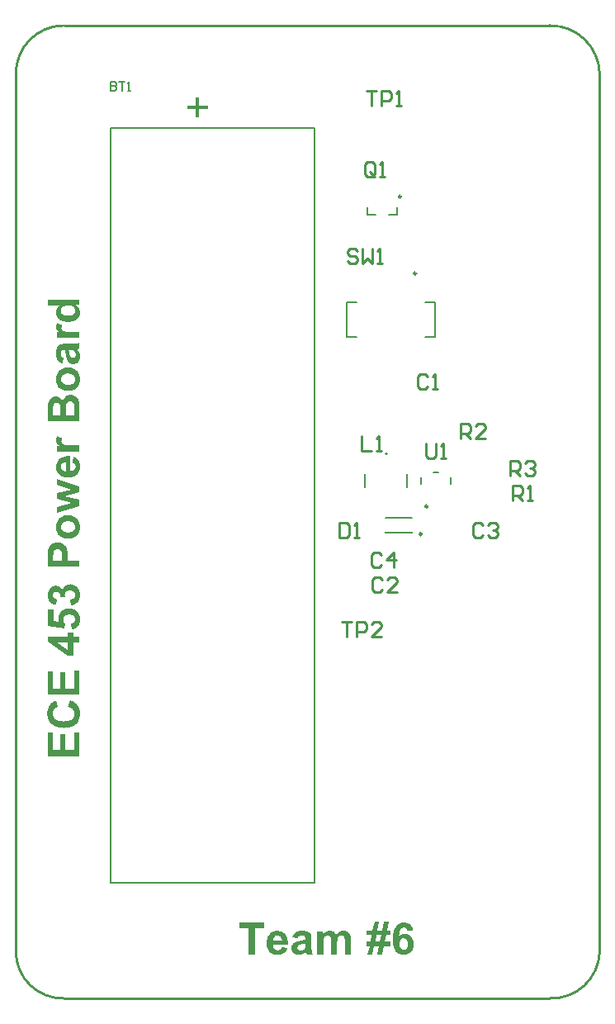
<source format=gto>
G04*
G04 #@! TF.GenerationSoftware,Altium Limited,Altium Designer,22.6.1 (34)*
G04*
G04 Layer_Color=65535*
%FSLAX25Y25*%
%MOIN*%
G70*
G04*
G04 #@! TF.SameCoordinates,F07FD183-076F-48D4-B815-8826F00F65DA*
G04*
G04*
G04 #@! TF.FilePolarity,Positive*
G04*
G01*
G75*
%ADD10C,0.00984*%
%ADD11C,0.00600*%
%ADD12C,0.00787*%
%ADD13C,0.01000*%
G36*
X26203Y280840D02*
X24870D01*
X24886Y280807D01*
X24986Y280740D01*
X25120Y280623D01*
X25286Y280457D01*
X25486Y280257D01*
X25686Y280024D01*
X25870Y279774D01*
X26036Y279490D01*
X26053Y279457D01*
X26103Y279357D01*
X26153Y279207D01*
X26219Y279007D01*
X26303Y278774D01*
X26353Y278507D01*
X26403Y278224D01*
X26419Y277924D01*
Y277858D01*
X26403Y277774D01*
Y277658D01*
X26386Y277524D01*
X26353Y277358D01*
X26319Y277175D01*
X26253Y276991D01*
X26186Y276775D01*
X26103Y276558D01*
X26003Y276325D01*
X25870Y276092D01*
X25736Y275858D01*
X25553Y275642D01*
X25370Y275409D01*
X25136Y275192D01*
X25120Y275175D01*
X25070Y275142D01*
X25003Y275092D01*
X24903Y275009D01*
X24770Y274926D01*
X24603Y274842D01*
X24420Y274726D01*
X24204Y274626D01*
X23970Y274526D01*
X23687Y274426D01*
X23404Y274326D01*
X23071Y274242D01*
X22737Y274159D01*
X22354Y274109D01*
X21954Y274076D01*
X21538Y274059D01*
X21505D01*
X21438D01*
X21305D01*
X21155Y274076D01*
X20955Y274093D01*
X20721Y274126D01*
X20472Y274159D01*
X20205Y274193D01*
X19622Y274326D01*
X19322Y274409D01*
X19022Y274526D01*
X18722Y274642D01*
X18439Y274792D01*
X18189Y274959D01*
X17939Y275159D01*
X17923Y275175D01*
X17889Y275209D01*
X17823Y275275D01*
X17739Y275359D01*
X17656Y275475D01*
X17556Y275609D01*
X17439Y275759D01*
X17323Y275925D01*
X17206Y276125D01*
X17090Y276342D01*
X16990Y276575D01*
X16906Y276825D01*
X16823Y277091D01*
X16756Y277358D01*
X16723Y277658D01*
X16706Y277974D01*
Y278124D01*
X16723Y278241D01*
X16740Y278374D01*
X16773Y278524D01*
X16823Y278707D01*
X16873Y278891D01*
X16940Y279091D01*
X17023Y279307D01*
X17123Y279540D01*
X17256Y279774D01*
X17406Y279990D01*
X17573Y280223D01*
X17773Y280457D01*
X18006Y280673D01*
X13391D01*
Y283122D01*
X26203D01*
Y280840D01*
D02*
G37*
G36*
X19322Y272793D02*
X19305Y272760D01*
X19255Y272693D01*
X19189Y272576D01*
X19105Y272427D01*
X19039Y272243D01*
X18972Y272043D01*
X18922Y271844D01*
X18906Y271644D01*
Y271560D01*
X18922Y271460D01*
X18939Y271327D01*
X18972Y271194D01*
X19039Y271044D01*
X19105Y270894D01*
X19206Y270744D01*
X19222Y270727D01*
X19255Y270694D01*
X19339Y270627D01*
X19439Y270544D01*
X19589Y270461D01*
X19755Y270361D01*
X19972Y270277D01*
X20238Y270194D01*
X20272D01*
X20322Y270178D01*
X20388Y270161D01*
X20488Y270144D01*
X20588Y270128D01*
X20738Y270111D01*
X20905Y270094D01*
X21088Y270077D01*
X21321Y270061D01*
X21571Y270044D01*
X21854Y270027D01*
X22171Y270011D01*
X22521D01*
X22904Y269994D01*
X23337D01*
X26203D01*
Y267545D01*
X16923D01*
Y269828D01*
X18239D01*
X18223Y269861D01*
X18172Y269878D01*
X18106Y269928D01*
X17939Y270044D01*
X17756Y270178D01*
X17539Y270344D01*
X17339Y270511D01*
X17156Y270694D01*
X17023Y270877D01*
X17006Y270894D01*
X16973Y270960D01*
X16923Y271060D01*
X16856Y271177D01*
X16806Y271344D01*
X16756Y271510D01*
X16723Y271710D01*
X16706Y271927D01*
Y272077D01*
X16723Y272243D01*
X16756Y272443D01*
X16823Y272693D01*
X16906Y272976D01*
X17023Y273260D01*
X17173Y273559D01*
X19322Y272793D01*
D02*
G37*
G36*
X26203Y263330D02*
X26186D01*
X26153Y263314D01*
X26103Y263297D01*
X26019Y263264D01*
X25919Y263230D01*
X25803Y263180D01*
X25653Y263130D01*
X25486Y263080D01*
X25470D01*
X25453D01*
X25370Y263047D01*
X25270Y263030D01*
X25203Y262997D01*
X25236Y262964D01*
X25303Y262880D01*
X25420Y262764D01*
X25553Y262597D01*
X25703Y262397D01*
X25853Y262164D01*
X25986Y261914D01*
X26119Y261648D01*
X26136Y261614D01*
X26169Y261531D01*
X26219Y261381D01*
X26269Y261198D01*
X26319Y260964D01*
X26369Y260715D01*
X26403Y260431D01*
X26419Y260132D01*
Y259998D01*
X26403Y259898D01*
Y259782D01*
X26386Y259632D01*
X26319Y259315D01*
X26236Y258949D01*
X26103Y258565D01*
X25903Y258199D01*
X25786Y258032D01*
X25653Y257866D01*
X25636Y257849D01*
X25620Y257832D01*
X25570Y257799D01*
X25520Y257733D01*
X25336Y257616D01*
X25120Y257466D01*
X24836Y257316D01*
X24487Y257183D01*
X24103Y257083D01*
X23904Y257066D01*
X23687Y257049D01*
X23670D01*
X23654D01*
X23554D01*
X23404Y257066D01*
X23221Y257099D01*
X23004Y257133D01*
X22771Y257199D01*
X22521Y257299D01*
X22288Y257416D01*
X22254Y257433D01*
X22188Y257483D01*
X22071Y257566D01*
X21938Y257699D01*
X21788Y257849D01*
X21638Y258016D01*
X21488Y258232D01*
X21355Y258466D01*
X21338Y258499D01*
X21305Y258599D01*
X21238Y258749D01*
X21155Y258965D01*
X21071Y259248D01*
X20971Y259582D01*
X20872Y259965D01*
X20788Y260415D01*
Y260431D01*
X20772Y260498D01*
X20755Y260581D01*
X20738Y260698D01*
X20705Y260831D01*
X20672Y260998D01*
X20588Y261364D01*
X20488Y261764D01*
X20388Y262164D01*
X20338Y262347D01*
X20272Y262514D01*
X20222Y262681D01*
X20172Y262814D01*
X19939D01*
X19922D01*
X19905D01*
X19822D01*
X19689Y262797D01*
X19539Y262764D01*
X19355Y262731D01*
X19189Y262664D01*
X19039Y262564D01*
X18906Y262447D01*
X18889Y262431D01*
X18856Y262381D01*
X18806Y262281D01*
X18739Y262147D01*
X18689Y261981D01*
X18639Y261748D01*
X18606Y261464D01*
X18589Y261131D01*
Y261015D01*
X18606Y260898D01*
X18622Y260748D01*
X18656Y260581D01*
X18706Y260415D01*
X18772Y260248D01*
X18856Y260098D01*
X18872Y260082D01*
X18906Y260032D01*
X18972Y259965D01*
X19072Y259882D01*
X19189Y259798D01*
X19355Y259698D01*
X19539Y259598D01*
X19772Y259515D01*
X19372Y257299D01*
X19355D01*
X19305Y257316D01*
X19239Y257333D01*
X19155Y257366D01*
X19039Y257416D01*
X18906Y257466D01*
X18622Y257599D01*
X18289Y257766D01*
X17956Y257999D01*
X17639Y258266D01*
X17373Y258582D01*
Y258599D01*
X17339Y258632D01*
X17306Y258682D01*
X17273Y258749D01*
X17223Y258849D01*
X17156Y258965D01*
X17106Y259115D01*
X17040Y259265D01*
X16973Y259448D01*
X16923Y259648D01*
X16856Y259882D01*
X16806Y260115D01*
X16773Y260381D01*
X16740Y260681D01*
X16706Y260981D01*
Y261581D01*
X16723Y261714D01*
Y261881D01*
X16740Y262047D01*
X16756Y262247D01*
X16806Y262631D01*
X16873Y263047D01*
X16973Y263430D01*
X17040Y263597D01*
X17106Y263763D01*
Y263780D01*
X17123Y263797D01*
X17173Y263897D01*
X17256Y264030D01*
X17373Y264213D01*
X17506Y264397D01*
X17689Y264580D01*
X17873Y264746D01*
X18089Y264896D01*
X18123Y264913D01*
X18206Y264946D01*
X18272Y264980D01*
X18356Y264996D01*
X18472Y265030D01*
X18589Y265063D01*
X18722Y265096D01*
X18889Y265129D01*
X19072Y265146D01*
X19272Y265179D01*
X19489Y265196D01*
X19739Y265213D01*
X20005Y265230D01*
X20288D01*
X23154Y265196D01*
X23170D01*
X23204D01*
X23270D01*
X23354D01*
X23454D01*
X23570D01*
X23837Y265213D01*
X24137Y265230D01*
X24437Y265246D01*
X24720Y265279D01*
X24970Y265313D01*
X25003D01*
X25070Y265329D01*
X25186Y265363D01*
X25336Y265413D01*
X25520Y265479D01*
X25736Y265546D01*
X25969Y265646D01*
X26203Y265763D01*
Y263330D01*
D02*
G37*
G36*
X21738Y255767D02*
X21888D01*
X22071Y255750D01*
X22288Y255717D01*
X22521Y255667D01*
X22771Y255617D01*
X23037Y255533D01*
X23321Y255450D01*
X23604Y255333D01*
X23904Y255200D01*
X24204Y255050D01*
X24487Y254867D01*
X24770Y254650D01*
X25036Y254417D01*
X25053Y254400D01*
X25103Y254350D01*
X25170Y254284D01*
X25253Y254167D01*
X25353Y254034D01*
X25470Y253884D01*
X25603Y253684D01*
X25719Y253484D01*
X25853Y253234D01*
X25986Y252984D01*
X26103Y252701D01*
X26203Y252401D01*
X26286Y252085D01*
X26353Y251735D01*
X26403Y251385D01*
X26419Y251002D01*
Y250869D01*
X26403Y250785D01*
Y250669D01*
X26386Y250535D01*
X26369Y250385D01*
X26353Y250219D01*
X26286Y249836D01*
X26186Y249436D01*
X26036Y248986D01*
X25853Y248553D01*
Y248536D01*
X25820Y248503D01*
X25786Y248436D01*
X25736Y248370D01*
X25686Y248270D01*
X25603Y248153D01*
X25420Y247903D01*
X25186Y247620D01*
X24886Y247337D01*
X24553Y247053D01*
X24153Y246803D01*
X24137D01*
X24103Y246770D01*
X24037Y246754D01*
X23954Y246704D01*
X23837Y246670D01*
X23720Y246620D01*
X23570Y246554D01*
X23387Y246504D01*
X23204Y246454D01*
X23004Y246387D01*
X22771Y246337D01*
X22537Y246304D01*
X22021Y246237D01*
X21438Y246204D01*
X21421D01*
X21388D01*
X21321D01*
X21221Y246220D01*
X21121D01*
X20988Y246237D01*
X20838Y246254D01*
X20688Y246287D01*
X20322Y246354D01*
X19922Y246454D01*
X19505Y246604D01*
X19072Y246803D01*
X19056D01*
X19022Y246837D01*
X18956Y246870D01*
X18889Y246920D01*
X18789Y246970D01*
X18672Y247053D01*
X18422Y247237D01*
X18139Y247487D01*
X17856Y247770D01*
X17573Y248120D01*
X17323Y248503D01*
Y248519D01*
X17290Y248553D01*
X17273Y248619D01*
X17223Y248703D01*
X17173Y248803D01*
X17123Y248936D01*
X17073Y249069D01*
X17006Y249236D01*
X16906Y249602D01*
X16806Y250019D01*
X16740Y250469D01*
X16706Y250969D01*
Y251068D01*
X16723Y251168D01*
Y251318D01*
X16756Y251502D01*
X16773Y251701D01*
X16823Y251935D01*
X16873Y252201D01*
X16956Y252468D01*
X17040Y252751D01*
X17156Y253034D01*
X17290Y253318D01*
X17439Y253617D01*
X17639Y253901D01*
X17839Y254167D01*
X18089Y254434D01*
X18106Y254450D01*
X18156Y254500D01*
X18223Y254567D01*
X18339Y254650D01*
X18472Y254750D01*
X18639Y254867D01*
X18822Y254984D01*
X19039Y255117D01*
X19272Y255234D01*
X19539Y255350D01*
X19822Y255467D01*
X20122Y255567D01*
X20438Y255667D01*
X20788Y255733D01*
X21155Y255767D01*
X21538Y255783D01*
X21554D01*
X21638D01*
X21738Y255767D01*
D02*
G37*
G36*
X22821Y244588D02*
X23037Y244554D01*
X23304Y244504D01*
X23587Y244421D01*
X23887Y244321D01*
X24204Y244188D01*
X24220D01*
X24237Y244171D01*
X24337Y244121D01*
X24487Y244021D01*
X24670Y243905D01*
X24886Y243738D01*
X25103Y243555D01*
X25320Y243322D01*
X25520Y243072D01*
X25536Y243038D01*
X25603Y242955D01*
X25686Y242788D01*
X25769Y242588D01*
X25886Y242339D01*
X25969Y242039D01*
X26053Y241705D01*
X26119Y241339D01*
Y241272D01*
X26136Y241206D01*
Y241006D01*
X26153Y240873D01*
Y240706D01*
X26169Y240523D01*
Y240039D01*
X26186Y239756D01*
Y239073D01*
X26203Y238673D01*
Y233875D01*
X13391D01*
Y239506D01*
X13408Y239840D01*
X13424Y240206D01*
X13441Y240589D01*
X13474Y240939D01*
X13508Y241106D01*
X13524Y241256D01*
Y241289D01*
X13558Y241389D01*
X13591Y241522D01*
X13641Y241705D01*
X13708Y241905D01*
X13808Y242139D01*
X13924Y242372D01*
X14058Y242588D01*
X14074Y242622D01*
X14124Y242688D01*
X14224Y242788D01*
X14341Y242938D01*
X14491Y243088D01*
X14674Y243255D01*
X14890Y243422D01*
X15124Y243571D01*
X15157Y243588D01*
X15240Y243638D01*
X15374Y243705D01*
X15557Y243771D01*
X15790Y243838D01*
X16040Y243905D01*
X16323Y243955D01*
X16623Y243971D01*
X16640D01*
X16657D01*
X16706D01*
X16773D01*
X16940Y243955D01*
X17173Y243905D01*
X17423Y243855D01*
X17706Y243771D01*
X17989Y243655D01*
X18272Y243488D01*
X18306Y243472D01*
X18389Y243405D01*
X18522Y243288D01*
X18689Y243138D01*
X18872Y242955D01*
X19072Y242722D01*
X19239Y242472D01*
X19405Y242172D01*
Y242189D01*
X19422Y242222D01*
X19439Y242289D01*
X19472Y242372D01*
X19505Y242455D01*
X19555Y242572D01*
X19689Y242838D01*
X19839Y243122D01*
X20039Y243422D01*
X20288Y243705D01*
X20572Y243971D01*
X20588D01*
X20605Y244005D01*
X20655Y244038D01*
X20721Y244071D01*
X20888Y244171D01*
X21121Y244288D01*
X21405Y244405D01*
X21738Y244504D01*
X22104Y244571D01*
X22504Y244604D01*
X22521D01*
X22537D01*
X22587D01*
X22654D01*
X22821Y244588D01*
D02*
G37*
G36*
X19322Y227061D02*
X19305Y227028D01*
X19255Y226961D01*
X19189Y226845D01*
X19105Y226695D01*
X19039Y226512D01*
X18972Y226312D01*
X18922Y226112D01*
X18906Y225912D01*
Y225829D01*
X18922Y225729D01*
X18939Y225595D01*
X18972Y225462D01*
X19039Y225312D01*
X19105Y225162D01*
X19206Y225012D01*
X19222Y224996D01*
X19255Y224962D01*
X19339Y224896D01*
X19439Y224812D01*
X19589Y224729D01*
X19755Y224629D01*
X19972Y224546D01*
X20238Y224462D01*
X20272D01*
X20322Y224446D01*
X20388Y224429D01*
X20488Y224412D01*
X20588Y224396D01*
X20738Y224379D01*
X20905Y224362D01*
X21088Y224346D01*
X21321Y224329D01*
X21571Y224312D01*
X21854Y224296D01*
X22171Y224279D01*
X22521D01*
X22904Y224262D01*
X23337D01*
X26203D01*
Y221814D01*
X16923D01*
Y224096D01*
X18239D01*
X18223Y224129D01*
X18172Y224146D01*
X18106Y224196D01*
X17939Y224312D01*
X17756Y224446D01*
X17539Y224612D01*
X17339Y224779D01*
X17156Y224962D01*
X17023Y225146D01*
X17006Y225162D01*
X16973Y225229D01*
X16923Y225329D01*
X16856Y225445D01*
X16806Y225612D01*
X16756Y225779D01*
X16723Y225978D01*
X16706Y226195D01*
Y226345D01*
X16723Y226512D01*
X16756Y226712D01*
X16823Y226961D01*
X16906Y227245D01*
X17023Y227528D01*
X17173Y227828D01*
X19322Y227061D01*
D02*
G37*
G36*
X22271Y213767D02*
X22288D01*
X22321D01*
X22371D01*
X22454Y213783D01*
X22654Y213800D01*
X22904Y213850D01*
X23170Y213917D01*
X23454Y214017D01*
X23737Y214167D01*
X23987Y214350D01*
X24020Y214383D01*
X24087Y214450D01*
X24170Y214566D01*
X24287Y214733D01*
X24403Y214950D01*
X24487Y215183D01*
X24553Y215466D01*
X24587Y215766D01*
Y215866D01*
X24570Y215966D01*
X24553Y216099D01*
X24520Y216249D01*
X24453Y216399D01*
X24387Y216566D01*
X24287Y216716D01*
X24270Y216732D01*
X24220Y216782D01*
X24153Y216849D01*
X24037Y216949D01*
X23887Y217049D01*
X23720Y217149D01*
X23504Y217249D01*
X23254Y217332D01*
X23670Y219781D01*
X23687D01*
X23737Y219764D01*
X23804Y219731D01*
X23887Y219698D01*
X24003Y219631D01*
X24137Y219581D01*
X24437Y219414D01*
X24770Y219198D01*
X25103Y218948D01*
X25436Y218631D01*
X25719Y218282D01*
Y218265D01*
X25753Y218232D01*
X25786Y218182D01*
X25836Y218098D01*
X25886Y217998D01*
X25936Y217882D01*
X26003Y217748D01*
X26069Y217582D01*
X26136Y217399D01*
X26203Y217215D01*
X26303Y216782D01*
X26386Y216282D01*
X26419Y215733D01*
Y215633D01*
X26403Y215499D01*
X26386Y215333D01*
X26369Y215133D01*
X26336Y214916D01*
X26286Y214650D01*
X26219Y214383D01*
X26136Y214100D01*
X26036Y213800D01*
X25903Y213500D01*
X25753Y213217D01*
X25570Y212917D01*
X25353Y212650D01*
X25120Y212401D01*
X24836Y212167D01*
X24820Y212151D01*
X24770Y212134D01*
X24703Y212084D01*
X24603Y212017D01*
X24487Y211951D01*
X24337Y211884D01*
X24153Y211801D01*
X23954Y211718D01*
X23737Y211618D01*
X23504Y211534D01*
X23237Y211468D01*
X22954Y211401D01*
X22654Y211334D01*
X22337Y211284D01*
X21988Y211268D01*
X21638Y211251D01*
X21605D01*
X21538D01*
X21421Y211268D01*
X21255D01*
X21071Y211284D01*
X20838Y211318D01*
X20588Y211351D01*
X20322Y211401D01*
X20039Y211468D01*
X19739Y211551D01*
X19439Y211634D01*
X19139Y211751D01*
X18839Y211901D01*
X18556Y212051D01*
X18272Y212234D01*
X18023Y212451D01*
X18006Y212467D01*
X17973Y212501D01*
X17906Y212567D01*
X17823Y212667D01*
X17723Y212784D01*
X17606Y212934D01*
X17490Y213100D01*
X17356Y213284D01*
X17240Y213500D01*
X17123Y213717D01*
X17006Y213967D01*
X16906Y214250D01*
X16823Y214533D01*
X16756Y214833D01*
X16723Y215166D01*
X16706Y215499D01*
Y215599D01*
X16723Y215699D01*
Y215849D01*
X16756Y216016D01*
X16773Y216216D01*
X16823Y216432D01*
X16873Y216682D01*
X16956Y216932D01*
X17040Y217199D01*
X17156Y217482D01*
X17290Y217748D01*
X17439Y218015D01*
X17639Y218282D01*
X17839Y218531D01*
X18089Y218765D01*
X18106Y218781D01*
X18156Y218815D01*
X18239Y218881D01*
X18339Y218948D01*
X18489Y219048D01*
X18672Y219148D01*
X18872Y219248D01*
X19122Y219365D01*
X19405Y219464D01*
X19705Y219581D01*
X20055Y219664D01*
X20422Y219764D01*
X20838Y219831D01*
X21288Y219881D01*
X21754Y219914D01*
X22271D01*
Y213767D01*
D02*
G37*
G36*
X26203Y207702D02*
Y205337D01*
X20238Y203737D01*
X26203Y202171D01*
Y199789D01*
X16923Y196857D01*
Y199239D01*
X23021Y200972D01*
X16923Y202571D01*
Y204937D01*
X23021Y206486D01*
X16923Y208252D01*
Y210685D01*
X26203Y207702D01*
D02*
G37*
G36*
X21738Y196124D02*
X21888D01*
X22071Y196107D01*
X22288Y196074D01*
X22521Y196024D01*
X22771Y195974D01*
X23037Y195890D01*
X23321Y195807D01*
X23604Y195691D01*
X23904Y195557D01*
X24204Y195407D01*
X24487Y195224D01*
X24770Y195008D01*
X25036Y194774D01*
X25053Y194758D01*
X25103Y194708D01*
X25170Y194641D01*
X25253Y194524D01*
X25353Y194391D01*
X25470Y194241D01*
X25603Y194041D01*
X25719Y193841D01*
X25853Y193591D01*
X25986Y193342D01*
X26103Y193058D01*
X26203Y192759D01*
X26286Y192442D01*
X26353Y192092D01*
X26403Y191742D01*
X26419Y191359D01*
Y191226D01*
X26403Y191142D01*
Y191026D01*
X26386Y190893D01*
X26369Y190743D01*
X26353Y190576D01*
X26286Y190193D01*
X26186Y189793D01*
X26036Y189343D01*
X25853Y188910D01*
Y188893D01*
X25820Y188860D01*
X25786Y188793D01*
X25736Y188727D01*
X25686Y188627D01*
X25603Y188510D01*
X25420Y188260D01*
X25186Y187977D01*
X24886Y187694D01*
X24553Y187411D01*
X24153Y187161D01*
X24137D01*
X24103Y187127D01*
X24037Y187111D01*
X23954Y187061D01*
X23837Y187027D01*
X23720Y186977D01*
X23570Y186911D01*
X23387Y186861D01*
X23204Y186811D01*
X23004Y186744D01*
X22771Y186694D01*
X22537Y186661D01*
X22021Y186594D01*
X21438Y186561D01*
X21421D01*
X21388D01*
X21321D01*
X21221Y186578D01*
X21121D01*
X20988Y186594D01*
X20838Y186611D01*
X20688Y186644D01*
X20322Y186711D01*
X19922Y186811D01*
X19505Y186961D01*
X19072Y187161D01*
X19056D01*
X19022Y187194D01*
X18956Y187227D01*
X18889Y187277D01*
X18789Y187327D01*
X18672Y187411D01*
X18422Y187594D01*
X18139Y187844D01*
X17856Y188127D01*
X17573Y188477D01*
X17323Y188860D01*
Y188877D01*
X17290Y188910D01*
X17273Y188977D01*
X17223Y189060D01*
X17173Y189160D01*
X17123Y189293D01*
X17073Y189427D01*
X17006Y189593D01*
X16906Y189960D01*
X16806Y190376D01*
X16740Y190826D01*
X16706Y191326D01*
Y191426D01*
X16723Y191526D01*
Y191676D01*
X16757Y191859D01*
X16773Y192059D01*
X16823Y192292D01*
X16873Y192559D01*
X16956Y192825D01*
X17040Y193108D01*
X17156Y193392D01*
X17290Y193675D01*
X17439Y193975D01*
X17639Y194258D01*
X17839Y194524D01*
X18089Y194791D01*
X18106Y194808D01*
X18156Y194858D01*
X18223Y194924D01*
X18339Y195008D01*
X18472Y195107D01*
X18639Y195224D01*
X18822Y195341D01*
X19039Y195474D01*
X19272Y195591D01*
X19539Y195707D01*
X19822Y195824D01*
X20122Y195924D01*
X20438Y196024D01*
X20788Y196090D01*
X21155Y196124D01*
X21538Y196140D01*
X21554D01*
X21638D01*
X21738Y196124D01*
D02*
G37*
G36*
X17639Y185012D02*
X17756D01*
X18023Y184978D01*
X18339Y184928D01*
X18672Y184845D01*
X19005Y184745D01*
X19322Y184595D01*
X19339D01*
X19355Y184578D01*
X19455Y184512D01*
X19605Y184429D01*
X19772Y184295D01*
X19988Y184129D01*
X20188Y183945D01*
X20405Y183729D01*
X20588Y183495D01*
X20605Y183462D01*
X20655Y183379D01*
X20738Y183262D01*
X20838Y183079D01*
X20938Y182879D01*
X21038Y182662D01*
X21121Y182413D01*
X21188Y182163D01*
Y182113D01*
X21205Y182063D01*
X21221Y181996D01*
X21238Y181896D01*
Y181780D01*
X21255Y181646D01*
X21271Y181480D01*
X21288Y181313D01*
X21305Y181113D01*
X21321Y180896D01*
X21338Y180647D01*
X21355Y180397D01*
Y180113D01*
X21371Y179814D01*
Y177814D01*
X26203D01*
Y175232D01*
X13391D01*
Y179930D01*
X13408Y180147D01*
Y180630D01*
X13441Y181163D01*
X13474Y181663D01*
X13491Y181896D01*
X13524Y182113D01*
X13558Y182296D01*
X13591Y182446D01*
Y182463D01*
X13608Y182496D01*
X13624Y182546D01*
X13658Y182629D01*
X13691Y182712D01*
X13724Y182829D01*
X13858Y183079D01*
X14024Y183362D01*
X14241Y183679D01*
X14507Y183979D01*
X14841Y184279D01*
X14857Y184295D01*
X14890Y184312D01*
X14941Y184345D01*
X15007Y184395D01*
X15107Y184445D01*
X15224Y184512D01*
X15357Y184578D01*
X15507Y184662D01*
X15690Y184728D01*
X15874Y184795D01*
X16073Y184862D01*
X16307Y184912D01*
X16790Y184995D01*
X17056Y185028D01*
X17339D01*
X17356D01*
X17390D01*
X17456D01*
X17539D01*
X17639Y185012D01*
D02*
G37*
G36*
X22654Y168168D02*
X22804Y168152D01*
X22971Y168118D01*
X23154Y168085D01*
X23370Y168035D01*
X23587Y167968D01*
X23820Y167885D01*
X24054Y167785D01*
X24303Y167668D01*
X24553Y167519D01*
X24787Y167352D01*
X25020Y167169D01*
X25253Y166952D01*
X25270Y166936D01*
X25303Y166902D01*
X25370Y166819D01*
X25436Y166735D01*
X25520Y166602D01*
X25620Y166469D01*
X25736Y166302D01*
X25836Y166103D01*
X25953Y165886D01*
X26069Y165653D01*
X26169Y165403D01*
X26253Y165136D01*
X26319Y164836D01*
X26386Y164536D01*
X26419Y164203D01*
X26436Y163870D01*
Y163703D01*
X26419Y163587D01*
X26403Y163437D01*
X26386Y163254D01*
X26353Y163070D01*
X26319Y162854D01*
X26203Y162404D01*
X26119Y162171D01*
X26019Y161921D01*
X25903Y161688D01*
X25769Y161438D01*
X25620Y161204D01*
X25453Y160988D01*
X25436Y160971D01*
X25403Y160938D01*
X25353Y160888D01*
X25270Y160805D01*
X25170Y160721D01*
X25053Y160621D01*
X24903Y160505D01*
X24753Y160405D01*
X24570Y160288D01*
X24370Y160171D01*
X24153Y160055D01*
X23920Y159955D01*
X23670Y159855D01*
X23420Y159788D01*
X23137Y159722D01*
X22837Y159672D01*
X22537Y162054D01*
X22554D01*
X22571D01*
X22621Y162071D01*
X22687D01*
X22854Y162121D01*
X23054Y162171D01*
X23287Y162237D01*
X23520Y162354D01*
X23737Y162487D01*
X23937Y162654D01*
X23954Y162671D01*
X24004Y162737D01*
X24087Y162854D01*
X24170Y162987D01*
X24253Y163170D01*
X24337Y163370D01*
X24387Y163620D01*
X24403Y163870D01*
Y163903D01*
X24387Y164003D01*
X24370Y164137D01*
X24337Y164303D01*
X24270Y164503D01*
X24170Y164720D01*
X24020Y164936D01*
X23837Y165136D01*
X23804Y165153D01*
X23737Y165219D01*
X23604Y165303D01*
X23420Y165403D01*
X23204Y165503D01*
X22937Y165586D01*
X22621Y165653D01*
X22271Y165669D01*
X22254D01*
X22221D01*
X22188D01*
X22121D01*
X21954Y165636D01*
X21738Y165603D01*
X21505Y165553D01*
X21255Y165453D01*
X21005Y165336D01*
X20788Y165170D01*
X20772Y165153D01*
X20705Y165086D01*
X20622Y164970D01*
X20505Y164836D01*
X20405Y164653D01*
X20322Y164453D01*
X20255Y164220D01*
X20238Y163953D01*
Y163870D01*
X20255Y163770D01*
Y163637D01*
X20288Y163470D01*
X20322Y163287D01*
X20372Y163070D01*
X20438Y162837D01*
X18439Y163104D01*
Y163270D01*
X18422Y163453D01*
X18406Y163670D01*
X18356Y163920D01*
X18272Y164170D01*
X18173Y164403D01*
X18023Y164620D01*
X18006Y164636D01*
X17939Y164703D01*
X17839Y164786D01*
X17689Y164886D01*
X17523Y164986D01*
X17306Y165069D01*
X17056Y165136D01*
X16790Y165153D01*
X16757D01*
X16690D01*
X16556Y165136D01*
X16423Y165103D01*
X16257Y165053D01*
X16073Y164986D01*
X15907Y164886D01*
X15757Y164753D01*
X15740Y164736D01*
X15690Y164686D01*
X15624Y164603D01*
X15557Y164486D01*
X15490Y164337D01*
X15424Y164170D01*
X15374Y163970D01*
X15357Y163737D01*
Y163637D01*
X15374Y163520D01*
X15407Y163370D01*
X15474Y163187D01*
X15540Y163020D01*
X15657Y162837D01*
X15807Y162654D01*
X15823Y162637D01*
X15890Y162587D01*
X15990Y162504D01*
X16123Y162421D01*
X16307Y162321D01*
X16523Y162237D01*
X16773Y162171D01*
X17073Y162121D01*
X16690Y159855D01*
X16673D01*
X16640Y159872D01*
X16573Y159888D01*
X16490Y159905D01*
X16390Y159922D01*
X16290Y159955D01*
X16023Y160038D01*
X15723Y160122D01*
X15407Y160255D01*
X15107Y160388D01*
X14824Y160555D01*
X14791Y160571D01*
X14707Y160638D01*
X14574Y160755D01*
X14424Y160905D01*
X14241Y161088D01*
X14058Y161321D01*
X13891Y161588D01*
X13724Y161888D01*
Y161904D01*
X13708Y161921D01*
X13691Y161971D01*
X13658Y162037D01*
X13591Y162221D01*
X13524Y162454D01*
X13458Y162737D01*
X13391Y163054D01*
X13341Y163420D01*
X13325Y163803D01*
Y163987D01*
X13341Y164103D01*
X13358Y164253D01*
X13391Y164436D01*
X13424Y164636D01*
X13474Y164853D01*
X13524Y165069D01*
X13608Y165303D01*
X13708Y165553D01*
X13808Y165786D01*
X13958Y166036D01*
X14108Y166269D01*
X14291Y166486D01*
X14491Y166702D01*
X14507Y166719D01*
X14541Y166735D01*
X14591Y166786D01*
X14657Y166852D01*
X14741Y166919D01*
X14857Y166985D01*
X15107Y167169D01*
X15424Y167335D01*
X15790Y167469D01*
X16190Y167585D01*
X16407Y167602D01*
X16623Y167619D01*
X16640D01*
X16690D01*
X16790Y167602D01*
X16906Y167585D01*
X17040Y167569D01*
X17206Y167519D01*
X17390Y167469D01*
X17589Y167385D01*
X17806Y167285D01*
X18023Y167169D01*
X18256Y167019D01*
X18472Y166835D01*
X18706Y166619D01*
X18922Y166386D01*
X19122Y166103D01*
X19322Y165769D01*
Y165786D01*
X19339Y165819D01*
X19355Y165869D01*
X19372Y165953D01*
X19405Y166052D01*
X19439Y166152D01*
X19555Y166402D01*
X19689Y166686D01*
X19872Y166969D01*
X20105Y167252D01*
X20388Y167519D01*
X20405D01*
X20422Y167552D01*
X20472Y167585D01*
X20538Y167619D01*
X20705Y167735D01*
X20938Y167852D01*
X21238Y167968D01*
X21571Y168085D01*
X21954Y168152D01*
X22371Y168185D01*
X22388D01*
X22437D01*
X22537D01*
X22654Y168168D01*
D02*
G37*
G36*
X22188Y158439D02*
X22321Y158422D01*
X22488Y158405D01*
X22671Y158372D01*
X22871Y158339D01*
X23304Y158239D01*
X23770Y158072D01*
X24020Y157972D01*
X24253Y157839D01*
X24503Y157706D01*
X24737Y157539D01*
X24753Y157523D01*
X24803Y157489D01*
X24886Y157406D01*
X25003Y157306D01*
X25136Y157189D01*
X25270Y157023D01*
X25420Y156840D01*
X25586Y156640D01*
X25736Y156406D01*
X25903Y156140D01*
X26036Y155857D01*
X26169Y155557D01*
X26286Y155224D01*
X26369Y154857D01*
X26419Y154474D01*
X26436Y154074D01*
Y153907D01*
X26419Y153774D01*
X26403Y153624D01*
X26386Y153457D01*
X26353Y153258D01*
X26319Y153058D01*
X26203Y152591D01*
X26119Y152358D01*
X26036Y152108D01*
X25919Y151875D01*
X25803Y151642D01*
X25653Y151408D01*
X25486Y151192D01*
X25470Y151175D01*
X25436Y151142D01*
X25386Y151092D01*
X25320Y151008D01*
X25220Y150925D01*
X25103Y150825D01*
X24970Y150725D01*
X24803Y150609D01*
X24637Y150492D01*
X24453Y150375D01*
X24237Y150259D01*
X24004Y150159D01*
X23770Y150059D01*
X23504Y149976D01*
X23237Y149909D01*
X22937Y149859D01*
X22671Y152308D01*
X22687D01*
X22704D01*
X22804Y152325D01*
X22954Y152375D01*
X23154Y152425D01*
X23354Y152491D01*
X23570Y152608D01*
X23787Y152741D01*
X23987Y152908D01*
X24004Y152924D01*
X24054Y153008D01*
X24137Y153108D01*
X24220Y153258D01*
X24320Y153424D01*
X24387Y153624D01*
X24453Y153841D01*
X24470Y154091D01*
Y154124D01*
X24453Y154224D01*
X24437Y154357D01*
X24387Y154540D01*
X24320Y154740D01*
X24204Y154957D01*
X24054Y155174D01*
X23854Y155390D01*
X23820Y155407D01*
X23737Y155473D01*
X23587Y155557D01*
X23370Y155657D01*
X23104Y155757D01*
X22787Y155840D01*
X22404Y155906D01*
X21954Y155923D01*
X21938D01*
X21904D01*
X21838D01*
X21754D01*
X21655Y155906D01*
X21554Y155890D01*
X21288Y155857D01*
X21005Y155790D01*
X20705Y155707D01*
X20422Y155573D01*
X20172Y155390D01*
X20138Y155373D01*
X20072Y155290D01*
X19988Y155174D01*
X19872Y155024D01*
X19755Y154824D01*
X19672Y154590D01*
X19605Y154324D01*
X19572Y154024D01*
Y153924D01*
X19589Y153841D01*
X19605Y153757D01*
X19622Y153641D01*
X19689Y153391D01*
X19805Y153108D01*
X19972Y152791D01*
X20072Y152624D01*
X20188Y152458D01*
X20338Y152308D01*
X20505Y152141D01*
X20222Y150159D01*
X13558Y151425D01*
Y157889D01*
X15857D01*
Y153274D01*
X18039Y152874D01*
Y152891D01*
X18023Y152908D01*
X18006Y152958D01*
X17973Y153024D01*
X17906Y153191D01*
X17823Y153391D01*
X17756Y153657D01*
X17689Y153941D01*
X17639Y154241D01*
X17623Y154557D01*
Y154724D01*
X17639Y154824D01*
X17656Y154974D01*
X17689Y155140D01*
X17723Y155323D01*
X17773Y155523D01*
X17839Y155723D01*
X17923Y155956D01*
X18006Y156173D01*
X18123Y156406D01*
X18272Y156640D01*
X18422Y156873D01*
X18606Y157106D01*
X18822Y157323D01*
X18839Y157339D01*
X18872Y157373D01*
X18939Y157423D01*
X19039Y157506D01*
X19155Y157589D01*
X19305Y157689D01*
X19472Y157789D01*
X19655Y157889D01*
X19872Y157989D01*
X20105Y158106D01*
X20355Y158189D01*
X20638Y158272D01*
X20921Y158356D01*
X21238Y158405D01*
X21571Y158439D01*
X21921Y158456D01*
X21938D01*
X21988D01*
X22071D01*
X22188Y158439D01*
D02*
G37*
G36*
X23620Y147060D02*
X26203D01*
Y144678D01*
X23620D01*
Y139446D01*
X21488D01*
X13341Y144978D01*
Y147060D01*
X21471D01*
Y148643D01*
X23620D01*
Y147060D01*
D02*
G37*
G36*
X26203Y123536D02*
X13391D01*
Y133016D01*
X15557D01*
Y126119D01*
X18389D01*
Y132533D01*
X20555D01*
Y126119D01*
X24037D01*
Y133266D01*
X26203D01*
Y123536D01*
D02*
G37*
G36*
X22354Y121270D02*
X22454Y121237D01*
X22604Y121187D01*
X22771Y121121D01*
X22971Y121054D01*
X23204Y120954D01*
X23437Y120837D01*
X23954Y120571D01*
X24220Y120421D01*
X24470Y120238D01*
X24737Y120054D01*
X24970Y119838D01*
X25203Y119621D01*
X25403Y119371D01*
X25420Y119354D01*
X25453Y119305D01*
X25503Y119238D01*
X25553Y119138D01*
X25636Y119005D01*
X25719Y118838D01*
X25820Y118655D01*
X25903Y118455D01*
X26003Y118222D01*
X26103Y117955D01*
X26186Y117672D01*
X26253Y117372D01*
X26319Y117055D01*
X26369Y116706D01*
X26403Y116356D01*
X26419Y115972D01*
Y115856D01*
X26403Y115723D01*
X26386Y115556D01*
X26369Y115339D01*
X26319Y115073D01*
X26269Y114806D01*
X26203Y114490D01*
X26103Y114173D01*
X26003Y113823D01*
X25853Y113473D01*
X25686Y113124D01*
X25486Y112774D01*
X25253Y112424D01*
X24986Y112091D01*
X24687Y111774D01*
X24670Y111758D01*
X24603Y111708D01*
X24503Y111624D01*
X24370Y111524D01*
X24187Y111391D01*
X23970Y111258D01*
X23720Y111108D01*
X23437Y110958D01*
X23104Y110808D01*
X22754Y110658D01*
X22354Y110525D01*
X21938Y110391D01*
X21471Y110292D01*
X20988Y110208D01*
X20455Y110158D01*
X19905Y110142D01*
X19888D01*
X19872D01*
X19822D01*
X19772D01*
X19605Y110158D01*
X19372Y110175D01*
X19105Y110192D01*
X18806Y110225D01*
X18456Y110275D01*
X18089Y110341D01*
X17689Y110441D01*
X17290Y110541D01*
X16873Y110675D01*
X16457Y110841D01*
X16057Y111024D01*
X15657Y111241D01*
X15290Y111508D01*
X14941Y111791D01*
X14924Y111808D01*
X14857Y111874D01*
X14774Y111958D01*
X14657Y112091D01*
X14524Y112257D01*
X14374Y112457D01*
X14208Y112690D01*
X14041Y112957D01*
X13874Y113240D01*
X13724Y113574D01*
X13574Y113923D01*
X13441Y114306D01*
X13325Y114723D01*
X13241Y115173D01*
X13174Y115639D01*
X13158Y116122D01*
Y116222D01*
X13174Y116356D01*
Y116522D01*
X13208Y116722D01*
X13225Y116955D01*
X13274Y117205D01*
X13325Y117489D01*
X13408Y117789D01*
X13491Y118105D01*
X13608Y118421D01*
X13741Y118738D01*
X13908Y119055D01*
X14091Y119371D01*
X14307Y119671D01*
X14557Y119954D01*
X14574Y119971D01*
X14591Y119988D01*
X14641Y120038D01*
X14707Y120104D01*
X14791Y120171D01*
X14890Y120254D01*
X15024Y120337D01*
X15157Y120437D01*
X15307Y120554D01*
X15490Y120654D01*
X15674Y120771D01*
X15890Y120871D01*
X16123Y120987D01*
X16357Y121087D01*
X16623Y121187D01*
X16906Y121270D01*
X17523Y118705D01*
X17506D01*
X17473Y118688D01*
X17423Y118671D01*
X17356Y118655D01*
X17173Y118588D01*
X16956Y118505D01*
X16706Y118372D01*
X16440Y118205D01*
X16190Y117988D01*
X15957Y117738D01*
X15923Y117705D01*
X15857Y117605D01*
X15774Y117455D01*
X15657Y117255D01*
X15557Y117005D01*
X15457Y116706D01*
X15390Y116356D01*
X15374Y115989D01*
Y115856D01*
X15390Y115756D01*
X15407Y115639D01*
X15424Y115489D01*
X15507Y115173D01*
X15624Y114806D01*
X15707Y114623D01*
X15807Y114423D01*
X15923Y114223D01*
X16073Y114040D01*
X16223Y113857D01*
X16407Y113690D01*
X16423Y113673D01*
X16457Y113657D01*
X16523Y113607D01*
X16607Y113557D01*
X16706Y113490D01*
X16856Y113407D01*
X17006Y113324D01*
X17206Y113257D01*
X17423Y113174D01*
X17656Y113090D01*
X17939Y113007D01*
X18239Y112940D01*
X18556Y112890D01*
X18922Y112840D01*
X19305Y112824D01*
X19722Y112807D01*
X19755D01*
X19822D01*
X19955D01*
X20122Y112824D01*
X20322Y112840D01*
X20538Y112857D01*
X20805Y112874D01*
X21071Y112924D01*
X21638Y113024D01*
X22204Y113174D01*
X22488Y113274D01*
X22737Y113390D01*
X22971Y113523D01*
X23187Y113673D01*
X23204Y113690D01*
X23237Y113707D01*
X23287Y113757D01*
X23337Y113823D01*
X23420Y113923D01*
X23504Y114023D01*
X23604Y114140D01*
X23687Y114290D01*
X23887Y114606D01*
X24037Y114990D01*
X24103Y115206D01*
X24153Y115439D01*
X24187Y115689D01*
X24204Y115939D01*
Y116039D01*
X24187Y116106D01*
X24170Y116306D01*
X24120Y116556D01*
X24037Y116822D01*
X23937Y117122D01*
X23770Y117422D01*
X23554Y117705D01*
X23537Y117722D01*
X23520Y117738D01*
X23420Y117822D01*
X23270Y117955D01*
X23037Y118122D01*
X22904Y118205D01*
X22754Y118305D01*
X22588Y118388D01*
X22388Y118472D01*
X22188Y118571D01*
X21971Y118638D01*
X21721Y118721D01*
X21471Y118788D01*
X22254Y121304D01*
X22271D01*
X22354Y121270D01*
D02*
G37*
G36*
X26203Y98679D02*
X13391D01*
Y108159D01*
X15557D01*
Y101262D01*
X18389D01*
Y107676D01*
X20555D01*
Y101262D01*
X24037D01*
Y108409D01*
X26203D01*
Y98679D01*
D02*
G37*
G36*
X150449Y28435D02*
X151649D01*
Y26503D01*
X150066D01*
X149550Y23920D01*
X151649D01*
X151649Y21988D01*
X149150D01*
X148467Y18589D01*
X146501D01*
X147167Y21988D01*
X145218D01*
X144535Y18589D01*
X142569D01*
X143252Y21988D01*
X142069D01*
X142069Y23920D01*
X143652D01*
X144169Y26503D01*
X142069D01*
Y28435D01*
X144568D01*
X145268Y31834D01*
X147217D01*
X146534Y28435D01*
X148433D01*
X149117Y31834D01*
X151149D01*
X150449Y28435D01*
D02*
G37*
G36*
X157546Y31667D02*
X157663D01*
X157813Y31634D01*
X157980Y31617D01*
X158146Y31584D01*
X158529Y31484D01*
X158929Y31334D01*
X159129Y31234D01*
X159329Y31134D01*
X159529Y31001D01*
X159712Y30851D01*
X159729Y30834D01*
X159762Y30817D01*
X159796Y30768D01*
X159862Y30701D01*
X159946Y30618D01*
X160029Y30518D01*
X160129Y30384D01*
X160229Y30251D01*
X160329Y30084D01*
X160445Y29918D01*
X160545Y29718D01*
X160645Y29501D01*
X160729Y29285D01*
X160812Y29035D01*
X160895Y28768D01*
X160945Y28485D01*
X158563Y28235D01*
Y28252D01*
Y28269D01*
X158546Y28352D01*
X158513Y28485D01*
X158463Y28635D01*
X158413Y28818D01*
X158329Y28985D01*
X158230Y29151D01*
X158096Y29302D01*
X158080Y29318D01*
X158030Y29351D01*
X157946Y29418D01*
X157846Y29485D01*
X157696Y29535D01*
X157546Y29601D01*
X157363Y29635D01*
X157147Y29651D01*
X157113D01*
X157013Y29635D01*
X156880Y29618D01*
X156697Y29568D01*
X156497Y29485D01*
X156264Y29351D01*
X156047Y29185D01*
X155831Y28952D01*
X155814Y28918D01*
X155781Y28868D01*
X155747Y28802D01*
X155697Y28718D01*
X155647Y28618D01*
X155597Y28485D01*
X155547Y28319D01*
X155497Y28135D01*
X155431Y27935D01*
X155381Y27702D01*
X155331Y27419D01*
X155281Y27136D01*
X155231Y26803D01*
X155198Y26436D01*
X155164Y26036D01*
X155181Y26053D01*
X155214Y26086D01*
X155264Y26136D01*
X155331Y26203D01*
X155414Y26286D01*
X155531Y26386D01*
X155647Y26486D01*
X155797Y26586D01*
X156130Y26786D01*
X156514Y26969D01*
X156730Y27036D01*
X156963Y27086D01*
X157197Y27119D01*
X157447Y27136D01*
X157597D01*
X157696Y27119D01*
X157830Y27102D01*
X157996Y27069D01*
X158163Y27036D01*
X158346Y26986D01*
X158546Y26919D01*
X158763Y26853D01*
X158979Y26752D01*
X159213Y26636D01*
X159429Y26503D01*
X159646Y26336D01*
X159862Y26169D01*
X160079Y25953D01*
X160096Y25936D01*
X160129Y25903D01*
X160179Y25836D01*
X160246Y25736D01*
X160329Y25620D01*
X160429Y25486D01*
X160529Y25320D01*
X160629Y25137D01*
X160729Y24937D01*
X160828Y24703D01*
X160928Y24453D01*
X161012Y24187D01*
X161078Y23887D01*
X161128Y23587D01*
X161162Y23271D01*
X161178Y22921D01*
Y22904D01*
Y22837D01*
Y22737D01*
X161162Y22588D01*
X161145Y22421D01*
X161112Y22238D01*
X161079Y22021D01*
X161029Y21788D01*
X160978Y21538D01*
X160895Y21288D01*
X160795Y21022D01*
X160695Y20755D01*
X160545Y20488D01*
X160395Y20238D01*
X160212Y19988D01*
X160012Y19755D01*
X159996Y19739D01*
X159962Y19705D01*
X159896Y19639D01*
X159812Y19572D01*
X159696Y19489D01*
X159562Y19389D01*
X159396Y19272D01*
X159213Y19172D01*
X159013Y19056D01*
X158779Y18939D01*
X158546Y18839D01*
X158280Y18756D01*
X157996Y18689D01*
X157713Y18622D01*
X157397Y18589D01*
X157063Y18572D01*
X156980D01*
X156880Y18589D01*
X156747D01*
X156580Y18622D01*
X156380Y18656D01*
X156164Y18706D01*
X155930Y18756D01*
X155681Y18839D01*
X155431Y18939D01*
X155164Y19056D01*
X154898Y19206D01*
X154631Y19372D01*
X154365Y19572D01*
X154115Y19805D01*
X153865Y20072D01*
X153848Y20088D01*
X153815Y20139D01*
X153748Y20238D01*
X153665Y20355D01*
X153582Y20522D01*
X153481Y20738D01*
X153365Y20971D01*
X153248Y21255D01*
X153132Y21588D01*
X153015Y21954D01*
X152915Y22354D01*
X152832Y22804D01*
X152749Y23287D01*
X152682Y23820D01*
X152648Y24403D01*
X152632Y25020D01*
Y25036D01*
Y25053D01*
Y25103D01*
Y25170D01*
Y25253D01*
X152648Y25353D01*
Y25603D01*
X152665Y25886D01*
X152699Y26219D01*
X152749Y26586D01*
X152798Y26986D01*
X152865Y27402D01*
X152948Y27819D01*
X153048Y28235D01*
X153182Y28668D01*
X153331Y29068D01*
X153498Y29451D01*
X153698Y29801D01*
X153931Y30118D01*
X153948Y30134D01*
X153998Y30185D01*
X154065Y30268D01*
X154165Y30368D01*
X154298Y30484D01*
X154448Y30618D01*
X154631Y30751D01*
X154848Y30901D01*
X155064Y31051D01*
X155331Y31184D01*
X155597Y31317D01*
X155897Y31434D01*
X156214Y31534D01*
X156564Y31617D01*
X156913Y31667D01*
X157297Y31684D01*
X157447D01*
X157546Y31667D01*
D02*
G37*
G36*
X133090Y28285D02*
X133323Y28252D01*
X133589Y28202D01*
X133873Y28119D01*
X134173Y28019D01*
X134439Y27885D01*
X134456D01*
X134472Y27869D01*
X134556Y27802D01*
X134689Y27719D01*
X134839Y27569D01*
X135022Y27402D01*
X135189Y27186D01*
X135355Y26936D01*
X135505Y26653D01*
X135522Y26619D01*
X135555Y26536D01*
X135589Y26403D01*
X135639Y26203D01*
X135689Y25936D01*
X135739Y25603D01*
X135755Y25403D01*
Y25203D01*
X135772Y24986D01*
Y24737D01*
X135772Y18806D01*
X133323D01*
X133323Y24104D01*
Y24120D01*
Y24170D01*
Y24237D01*
Y24320D01*
Y24437D01*
X133306Y24570D01*
X133290Y24853D01*
X133256Y25153D01*
X133206Y25436D01*
X133140Y25703D01*
X133106Y25803D01*
X133056Y25886D01*
X133040Y25903D01*
X132990Y25969D01*
X132906Y26053D01*
X132806Y26153D01*
X132657Y26253D01*
X132473Y26336D01*
X132257Y26403D01*
X132007Y26419D01*
X131923D01*
X131824Y26403D01*
X131690Y26386D01*
X131540Y26336D01*
X131374Y26286D01*
X131207Y26203D01*
X131041Y26103D01*
X131024Y26086D01*
X130974Y26036D01*
X130891Y25969D01*
X130791Y25870D01*
X130691Y25736D01*
X130574Y25570D01*
X130474Y25386D01*
X130391Y25170D01*
Y25137D01*
X130357Y25053D01*
X130324Y24903D01*
X130291Y24703D01*
X130257Y24437D01*
X130224Y24104D01*
X130208Y23720D01*
X130191Y23487D01*
Y23254D01*
Y18806D01*
X127742D01*
X127742Y23887D01*
Y23904D01*
Y23954D01*
Y24020D01*
Y24104D01*
Y24220D01*
Y24337D01*
X127725Y24603D01*
X127708Y24903D01*
X127692Y25186D01*
X127658Y25436D01*
X127625Y25536D01*
X127609Y25620D01*
Y25636D01*
X127592Y25686D01*
X127559Y25753D01*
X127508Y25853D01*
X127375Y26036D01*
X127292Y26136D01*
X127192Y26219D01*
X127175Y26236D01*
X127142Y26253D01*
X127075Y26286D01*
X127009Y26319D01*
X126892Y26353D01*
X126776Y26386D01*
X126626Y26419D01*
X126359D01*
X126259Y26403D01*
X126126Y26386D01*
X125959Y26336D01*
X125793Y26286D01*
X125609Y26203D01*
X125426Y26103D01*
X125409Y26086D01*
X125359Y26053D01*
X125276Y25969D01*
X125176Y25886D01*
X125076Y25753D01*
X124960Y25603D01*
X124860Y25420D01*
X124776Y25220D01*
Y25186D01*
X124743Y25103D01*
X124726Y24970D01*
X124693Y24770D01*
X124660Y24503D01*
X124643Y24353D01*
X124626Y24170D01*
X124610Y23987D01*
X124610Y23770D01*
X124593Y23554D01*
Y23304D01*
Y18806D01*
X122144D01*
X122144Y28085D01*
X124410D01*
Y26803D01*
X124426Y26819D01*
X124460Y26869D01*
X124526Y26936D01*
X124626Y27036D01*
X124743Y27152D01*
X124876Y27286D01*
X125043Y27419D01*
X125226Y27552D01*
X125426Y27685D01*
X125643Y27835D01*
X125876Y27952D01*
X126126Y28069D01*
X126392Y28169D01*
X126675Y28235D01*
X126975Y28285D01*
X127275Y28302D01*
X127425D01*
X127592Y28285D01*
X127808Y28252D01*
X128042Y28202D01*
X128308Y28135D01*
X128575Y28052D01*
X128825Y27919D01*
X128858Y27902D01*
X128941Y27852D01*
X129058Y27769D01*
X129208Y27652D01*
X129375Y27485D01*
X129541Y27302D01*
X129724Y27086D01*
X129891Y26819D01*
Y26836D01*
X129924Y26853D01*
X129991Y26936D01*
X130124Y27069D01*
X130291Y27236D01*
X130491Y27402D01*
X130707Y27586D01*
X130957Y27769D01*
X131207Y27919D01*
X131224D01*
X131240Y27935D01*
X131340Y27985D01*
X131474Y28035D01*
X131674Y28119D01*
X131890Y28185D01*
X132157Y28235D01*
X132423Y28285D01*
X132723Y28302D01*
X132890D01*
X133090Y28285D01*
D02*
G37*
G36*
X116396D02*
X116563D01*
X116729Y28269D01*
X116929Y28252D01*
X117313Y28202D01*
X117729Y28135D01*
X118112Y28035D01*
X118279Y27969D01*
X118446Y27902D01*
X118462D01*
X118479Y27885D01*
X118579Y27835D01*
X118712Y27752D01*
X118895Y27635D01*
X119079Y27502D01*
X119262Y27319D01*
X119428Y27136D01*
X119578Y26919D01*
X119595Y26886D01*
X119628Y26803D01*
X119662Y26736D01*
X119678Y26653D01*
X119712Y26536D01*
X119745Y26419D01*
X119778Y26286D01*
X119812Y26119D01*
X119828Y25936D01*
X119862Y25736D01*
X119878Y25520D01*
X119895Y25270D01*
X119912Y25003D01*
Y24720D01*
X119878Y21855D01*
Y21838D01*
Y21804D01*
Y21738D01*
Y21655D01*
Y21555D01*
Y21438D01*
X119895Y21171D01*
X119912Y20872D01*
X119928Y20572D01*
X119962Y20288D01*
X119995Y20039D01*
Y20005D01*
X120012Y19939D01*
X120045Y19822D01*
X120095Y19672D01*
X120161Y19489D01*
X120228Y19272D01*
X120328Y19039D01*
X120445Y18806D01*
X118012D01*
Y18822D01*
X117996Y18856D01*
X117979Y18906D01*
X117946Y18989D01*
X117912Y19089D01*
X117862Y19206D01*
X117812Y19355D01*
X117762Y19522D01*
Y19539D01*
Y19555D01*
X117729Y19639D01*
X117712Y19739D01*
X117679Y19805D01*
X117646Y19772D01*
X117562Y19705D01*
X117446Y19589D01*
X117279Y19455D01*
X117079Y19306D01*
X116846Y19155D01*
X116596Y19022D01*
X116330Y18889D01*
X116296Y18872D01*
X116213Y18839D01*
X116063Y18789D01*
X115880Y18739D01*
X115647Y18689D01*
X115397Y18639D01*
X115113Y18606D01*
X114814Y18589D01*
X114680D01*
X114580Y18606D01*
X114464D01*
X114314Y18622D01*
X113997Y18689D01*
X113631Y18772D01*
X113248Y18906D01*
X112881Y19106D01*
X112715Y19222D01*
X112548Y19355D01*
X112531Y19372D01*
X112515Y19389D01*
X112481Y19439D01*
X112415Y19489D01*
X112298Y19672D01*
X112148Y19889D01*
X111998Y20172D01*
X111865Y20522D01*
X111765Y20905D01*
X111748Y21105D01*
X111732Y21321D01*
Y21338D01*
Y21355D01*
Y21455D01*
X111748Y21605D01*
X111782Y21788D01*
X111815Y22004D01*
X111881Y22238D01*
X111981Y22488D01*
X112098Y22721D01*
X112115Y22754D01*
X112165Y22821D01*
X112248Y22937D01*
X112381Y23071D01*
X112531Y23221D01*
X112698Y23370D01*
X112914Y23520D01*
X113148Y23654D01*
X113181Y23670D01*
X113281Y23704D01*
X113431Y23770D01*
X113647Y23854D01*
X113931Y23937D01*
X114264Y24037D01*
X114647Y24137D01*
X115097Y24220D01*
X115113D01*
X115180Y24237D01*
X115263Y24253D01*
X115380Y24270D01*
X115513Y24304D01*
X115680Y24337D01*
X116047Y24420D01*
X116446Y24520D01*
X116846Y24620D01*
X117029Y24670D01*
X117196Y24737D01*
X117363Y24787D01*
X117496Y24837D01*
Y25070D01*
Y25087D01*
Y25103D01*
Y25186D01*
X117479Y25320D01*
X117446Y25470D01*
X117413Y25653D01*
X117346Y25820D01*
X117246Y25969D01*
X117129Y26103D01*
X117113Y26119D01*
X117063Y26153D01*
X116963Y26203D01*
X116830Y26269D01*
X116663Y26319D01*
X116430Y26369D01*
X116146Y26403D01*
X115813Y26419D01*
X115697D01*
X115580Y26403D01*
X115430Y26386D01*
X115263Y26353D01*
X115097Y26303D01*
X114930Y26236D01*
X114780Y26153D01*
X114764Y26136D01*
X114714Y26103D01*
X114647Y26036D01*
X114564Y25936D01*
X114480Y25820D01*
X114381Y25653D01*
X114280Y25470D01*
X114197Y25236D01*
X111981Y25636D01*
Y25653D01*
X111998Y25703D01*
X112015Y25770D01*
X112048Y25853D01*
X112098Y25969D01*
X112148Y26103D01*
X112281Y26386D01*
X112448Y26719D01*
X112681Y27052D01*
X112948Y27369D01*
X113264Y27635D01*
X113281D01*
X113314Y27669D01*
X113364Y27702D01*
X113431Y27735D01*
X113531Y27785D01*
X113647Y27852D01*
X113797Y27902D01*
X113947Y27969D01*
X114131Y28035D01*
X114330Y28085D01*
X114564Y28152D01*
X114797Y28202D01*
X115064Y28235D01*
X115363Y28269D01*
X115663Y28302D01*
X116263D01*
X116396Y28285D01*
D02*
G37*
G36*
X100786Y29451D02*
X97004D01*
X97004Y18806D01*
X94422D01*
X94422Y29451D01*
X90623D01*
Y31617D01*
X100786D01*
Y29451D01*
D02*
G37*
G36*
X106167Y28285D02*
X106317D01*
X106484Y28252D01*
X106684Y28235D01*
X106900Y28185D01*
X107150Y28135D01*
X107400Y28052D01*
X107667Y27969D01*
X107950Y27852D01*
X108216Y27719D01*
X108483Y27569D01*
X108749Y27369D01*
X108999Y27169D01*
X109232Y26919D01*
X109249Y26902D01*
X109283Y26853D01*
X109349Y26769D01*
X109416Y26669D01*
X109516Y26519D01*
X109616Y26336D01*
X109716Y26136D01*
X109832Y25886D01*
X109932Y25603D01*
X110049Y25303D01*
X110132Y24953D01*
X110232Y24587D01*
X110299Y24170D01*
X110349Y23720D01*
X110382Y23254D01*
Y22737D01*
X104235Y22737D01*
Y22721D01*
Y22688D01*
Y22637D01*
X104251Y22554D01*
X104268Y22354D01*
X104318Y22104D01*
X104385Y21838D01*
X104484Y21555D01*
X104634Y21271D01*
X104818Y21021D01*
X104851Y20988D01*
X104918Y20922D01*
X105034Y20838D01*
X105201Y20722D01*
X105417Y20605D01*
X105651Y20522D01*
X105934Y20455D01*
X106234Y20422D01*
X106334D01*
X106434Y20438D01*
X106567Y20455D01*
X106717Y20488D01*
X106867Y20555D01*
X107033Y20622D01*
X107183Y20722D01*
X107200Y20738D01*
X107250Y20788D01*
X107317Y20855D01*
X107417Y20971D01*
X107517Y21121D01*
X107616Y21288D01*
X107717Y21505D01*
X107800Y21755D01*
X110249Y21338D01*
Y21321D01*
X110232Y21271D01*
X110199Y21205D01*
X110166Y21121D01*
X110099Y21005D01*
X110049Y20872D01*
X109882Y20572D01*
X109666Y20238D01*
X109416Y19905D01*
X109099Y19572D01*
X108749Y19289D01*
X108733D01*
X108699Y19255D01*
X108649Y19222D01*
X108566Y19172D01*
X108466Y19122D01*
X108350Y19072D01*
X108216Y19006D01*
X108050Y18939D01*
X107866Y18872D01*
X107683Y18806D01*
X107250Y18706D01*
X106750Y18622D01*
X106200Y18589D01*
X106100D01*
X105967Y18606D01*
X105801Y18622D01*
X105601Y18639D01*
X105384Y18672D01*
X105117Y18722D01*
X104851Y18789D01*
X104568Y18872D01*
X104268Y18972D01*
X103968Y19105D01*
X103685Y19255D01*
X103385Y19439D01*
X103118Y19655D01*
X102868Y19889D01*
X102635Y20172D01*
X102619Y20188D01*
X102602Y20238D01*
X102552Y20305D01*
X102485Y20405D01*
X102419Y20522D01*
X102352Y20672D01*
X102269Y20855D01*
X102185Y21055D01*
X102085Y21271D01*
X102002Y21505D01*
X101936Y21771D01*
X101869Y22054D01*
X101802Y22354D01*
X101752Y22671D01*
X101735Y23021D01*
X101719Y23370D01*
Y23404D01*
Y23471D01*
X101735Y23587D01*
Y23754D01*
X101752Y23937D01*
X101786Y24170D01*
X101819Y24420D01*
X101869Y24687D01*
X101936Y24970D01*
X102019Y25270D01*
X102102Y25570D01*
X102219Y25870D01*
X102369Y26169D01*
X102519Y26453D01*
X102702Y26736D01*
X102918Y26986D01*
X102935Y27002D01*
X102968Y27036D01*
X103035Y27102D01*
X103135Y27186D01*
X103252Y27286D01*
X103402Y27402D01*
X103568Y27519D01*
X103751Y27652D01*
X103968Y27769D01*
X104184Y27885D01*
X104434Y28002D01*
X104718Y28102D01*
X105001Y28185D01*
X105301Y28252D01*
X105634Y28285D01*
X105967Y28302D01*
X106067D01*
X106167Y28285D01*
D02*
G37*
G36*
X74506Y361383D02*
X77966D01*
Y359924D01*
X74506D01*
Y356496D01*
X73063D01*
Y359924D01*
X69635D01*
Y361383D01*
X73063D01*
Y364811D01*
X74506D01*
Y361383D01*
D02*
G37*
%LPC*%
G36*
X21871Y280690D02*
X21605D01*
X21588D01*
X21538D01*
X21455D01*
X21338Y280673D01*
X21205D01*
X21055Y280657D01*
X20721Y280623D01*
X20338Y280540D01*
X19955Y280440D01*
X19605Y280307D01*
X19439Y280207D01*
X19305Y280107D01*
X19289D01*
X19272Y280073D01*
X19189Y280007D01*
X19072Y279874D01*
X18939Y279707D01*
X18822Y279490D01*
X18706Y279240D01*
X18622Y278941D01*
X18589Y278791D01*
Y278541D01*
X18606Y278474D01*
X18622Y278308D01*
X18672Y278108D01*
X18756Y277874D01*
X18889Y277641D01*
X19056Y277391D01*
X19289Y277158D01*
X19322Y277141D01*
X19422Y277075D01*
X19589Y276975D01*
X19805Y276875D01*
X20105Y276758D01*
X20455Y276675D01*
X20888Y276608D01*
X21371Y276575D01*
X21388D01*
X21438D01*
X21521D01*
X21621D01*
X21738Y276592D01*
X21888D01*
X22204Y276625D01*
X22554Y276675D01*
X22921Y276742D01*
X23254Y276841D01*
X23404Y276908D01*
X23537Y276975D01*
X23554D01*
X23570Y277008D01*
X23620Y277041D01*
X23687Y277091D01*
X23837Y277225D01*
X24003Y277408D01*
X24187Y277641D01*
X24337Y277924D01*
X24403Y278091D01*
X24453Y278258D01*
X24470Y278441D01*
X24487Y278641D01*
Y278724D01*
X24470Y278791D01*
X24453Y278941D01*
X24403Y279141D01*
X24303Y279374D01*
X24187Y279607D01*
X24003Y279857D01*
X23904Y279974D01*
X23770Y280090D01*
X23754D01*
X23737Y280123D01*
X23687Y280140D01*
X23637Y280190D01*
X23554Y280223D01*
X23470Y280273D01*
X23354Y280340D01*
X23237Y280390D01*
X23087Y280440D01*
X22921Y280507D01*
X22754Y280557D01*
X22554Y280590D01*
X22337Y280640D01*
X22121Y280657D01*
X21871Y280690D01*
D02*
G37*
G36*
X22571Y262814D02*
X22271D01*
X21771D01*
Y262797D01*
X21804Y262731D01*
X21838Y262614D01*
X21888Y262447D01*
X21938Y262231D01*
X22004Y261964D01*
X22071Y261664D01*
X22154Y261298D01*
Y261281D01*
X22171Y261248D01*
Y261198D01*
X22188Y261131D01*
X22238Y260964D01*
X22288Y260748D01*
X22354Y260531D01*
X22421Y260315D01*
X22488Y260115D01*
X22571Y259965D01*
X22587Y259948D01*
X22637Y259898D01*
X22704Y259815D01*
X22804Y259732D01*
X22937Y259648D01*
X23087Y259565D01*
X23254Y259515D01*
X23437Y259498D01*
X23454D01*
X23520D01*
X23620Y259515D01*
X23737Y259548D01*
X23887Y259598D01*
X24020Y259665D01*
X24170Y259748D01*
X24320Y259882D01*
X24337Y259898D01*
X24370Y259948D01*
X24437Y260032D01*
X24503Y260148D01*
X24570Y260281D01*
X24637Y260448D01*
X24670Y260631D01*
X24687Y260848D01*
Y260964D01*
X24670Y261098D01*
X24637Y261264D01*
X24587Y261448D01*
X24503Y261664D01*
X24403Y261897D01*
X24253Y262131D01*
X24237Y262147D01*
X24204Y262197D01*
X24120Y262281D01*
X24037Y262364D01*
X23920Y262464D01*
X23787Y262564D01*
X23620Y262647D01*
X23454Y262714D01*
X23437D01*
X23387Y262731D01*
X23304Y262747D01*
X23187Y262764D01*
X23021Y262780D01*
X22821Y262797D01*
X22571Y262814D01*
D02*
G37*
G36*
X21554Y253251D02*
X21538D01*
X21488D01*
X21421D01*
X21321Y253234D01*
X21221D01*
X21088Y253218D01*
X20772Y253168D01*
X20438Y253084D01*
X20088Y252968D01*
X19755Y252801D01*
X19455Y252585D01*
X19439D01*
X19422Y252551D01*
X19339Y252468D01*
X19222Y252335D01*
X19072Y252135D01*
X18939Y251902D01*
X18822Y251635D01*
X18739Y251335D01*
X18706Y251168D01*
Y250885D01*
X18722Y250819D01*
X18739Y250652D01*
X18806Y250419D01*
X18889Y250169D01*
X19022Y249902D01*
X19206Y249619D01*
X19322Y249502D01*
X19455Y249369D01*
X19489Y249336D01*
X19539Y249303D01*
X19589Y249269D01*
X19672Y249219D01*
X19755Y249169D01*
X19988Y249053D01*
X20288Y248919D01*
X20655Y248819D01*
X21088Y248753D01*
X21571Y248719D01*
X21588D01*
X21638D01*
X21704D01*
X21804Y248736D01*
X21921D01*
X22054Y248753D01*
X22354Y248803D01*
X22687Y248886D01*
X23054Y248986D01*
X23387Y249153D01*
X23687Y249369D01*
X23720Y249402D01*
X23804Y249486D01*
X23920Y249619D01*
X24054Y249819D01*
X24187Y250052D01*
X24303Y250319D01*
X24387Y250635D01*
X24403Y250802D01*
X24420Y250985D01*
Y251085D01*
X24403Y251152D01*
X24387Y251318D01*
X24320Y251535D01*
X24237Y251801D01*
X24103Y252068D01*
X23920Y252335D01*
X23820Y252468D01*
X23687Y252585D01*
X23670D01*
X23654Y252618D01*
X23604Y252651D01*
X23554Y252684D01*
X23470Y252734D01*
X23387Y252801D01*
X23137Y252918D01*
X22837Y253034D01*
X22471Y253151D01*
X22054Y253218D01*
X21554Y253251D01*
D02*
G37*
G36*
X22371Y241939D02*
X22337D01*
X22271D01*
X22171Y241922D01*
X22038Y241905D01*
X21888Y241872D01*
X21721Y241822D01*
X21554Y241756D01*
X21405Y241656D01*
X21388Y241639D01*
X21338Y241606D01*
X21255Y241539D01*
X21171Y241456D01*
X21071Y241339D01*
X20971Y241189D01*
X20888Y241022D01*
X20805Y240839D01*
X20788Y240806D01*
X20772Y240723D01*
X20755Y240656D01*
X20738Y240573D01*
X20721Y240473D01*
X20705Y240356D01*
X20688Y240206D01*
X20672Y240039D01*
Y239856D01*
X20655Y239640D01*
X20638Y239406D01*
X20622Y239140D01*
Y236458D01*
X24037D01*
Y239323D01*
X24020Y239606D01*
Y239906D01*
X24003Y240190D01*
Y240323D01*
X23987Y240439D01*
Y240539D01*
X23970Y240623D01*
Y240656D01*
X23954Y240723D01*
X23920Y240823D01*
X23870Y240956D01*
X23804Y241106D01*
X23720Y241272D01*
X23604Y241422D01*
X23470Y241572D01*
X23454Y241589D01*
X23387Y241622D01*
X23304Y241689D01*
X23170Y241756D01*
X23021Y241822D01*
X22837Y241889D01*
X22621Y241922D01*
X22371Y241939D01*
D02*
G37*
G36*
X16990Y241456D02*
X16956D01*
X16890D01*
X16773Y241439D01*
X16640Y241422D01*
X16490Y241372D01*
X16323Y241322D01*
X16173Y241239D01*
X16023Y241122D01*
X16007Y241106D01*
X15957Y241056D01*
X15907Y240989D01*
X15823Y240873D01*
X15757Y240739D01*
X15674Y240573D01*
X15624Y240373D01*
X15574Y240140D01*
Y240123D01*
X15557Y240056D01*
Y239840D01*
X15540Y239723D01*
Y239257D01*
X15524Y239057D01*
Y236458D01*
X18489D01*
Y238940D01*
X18472Y239273D01*
Y239840D01*
X18456Y239940D01*
Y240056D01*
X18439Y240140D01*
X18406Y240256D01*
X18372Y240406D01*
X18306Y240573D01*
X18223Y240739D01*
X18123Y240922D01*
X17989Y241073D01*
X17973Y241089D01*
X17923Y241139D01*
X17839Y241189D01*
X17723Y241272D01*
X17573Y241339D01*
X17406Y241389D01*
X17206Y241439D01*
X16990Y241456D01*
D02*
G37*
G36*
X20772Y217482D02*
X20755D01*
X20721D01*
X20672D01*
X20588Y217465D01*
X20405Y217449D01*
X20172Y217399D01*
X19905Y217332D01*
X19639Y217232D01*
X19389Y217099D01*
X19155Y216915D01*
X19139Y216899D01*
X19072Y216815D01*
X18972Y216716D01*
X18872Y216566D01*
X18772Y216382D01*
X18672Y216166D01*
X18606Y215916D01*
X18589Y215649D01*
Y215616D01*
X18606Y215516D01*
X18622Y215366D01*
X18656Y215183D01*
X18739Y214966D01*
X18839Y214750D01*
X18989Y214533D01*
X19189Y214317D01*
X19222Y214300D01*
X19289Y214233D01*
X19422Y214150D01*
X19605Y214067D01*
X19839Y213967D01*
X20105Y213883D01*
X20422Y213817D01*
X20772Y213800D01*
Y217482D01*
D02*
G37*
G36*
X21554Y193608D02*
X21538D01*
X21488D01*
X21421D01*
X21321Y193591D01*
X21221D01*
X21088Y193575D01*
X20772Y193525D01*
X20438Y193441D01*
X20088Y193325D01*
X19755Y193158D01*
X19455Y192942D01*
X19439D01*
X19422Y192908D01*
X19339Y192825D01*
X19222Y192692D01*
X19072Y192492D01*
X18939Y192259D01*
X18822Y191992D01*
X18739Y191692D01*
X18706Y191526D01*
Y191242D01*
X18722Y191176D01*
X18739Y191009D01*
X18806Y190776D01*
X18889Y190526D01*
X19022Y190260D01*
X19206Y189976D01*
X19322Y189860D01*
X19455Y189726D01*
X19489Y189693D01*
X19539Y189660D01*
X19589Y189626D01*
X19672Y189576D01*
X19755Y189526D01*
X19988Y189410D01*
X20288Y189277D01*
X20655Y189177D01*
X21088Y189110D01*
X21571Y189077D01*
X21588D01*
X21638D01*
X21704D01*
X21804Y189093D01*
X21921D01*
X22054Y189110D01*
X22354Y189160D01*
X22687Y189243D01*
X23054Y189343D01*
X23387Y189510D01*
X23687Y189726D01*
X23720Y189760D01*
X23804Y189843D01*
X23920Y189976D01*
X24054Y190176D01*
X24187Y190409D01*
X24303Y190676D01*
X24387Y190992D01*
X24403Y191159D01*
X24420Y191342D01*
Y191442D01*
X24403Y191509D01*
X24387Y191676D01*
X24320Y191892D01*
X24237Y192159D01*
X24103Y192425D01*
X23920Y192692D01*
X23820Y192825D01*
X23687Y192942D01*
X23670D01*
X23654Y192975D01*
X23604Y193008D01*
X23554Y193042D01*
X23470Y193092D01*
X23387Y193158D01*
X23137Y193275D01*
X22837Y193392D01*
X22471Y193508D01*
X22054Y193575D01*
X21554Y193608D01*
D02*
G37*
G36*
X17373Y182363D02*
X17339D01*
X17256D01*
X17123Y182346D01*
X16973Y182313D01*
X16790Y182263D01*
X16590Y182179D01*
X16407Y182079D01*
X16223Y181946D01*
X16207Y181930D01*
X16157Y181879D01*
X16073Y181780D01*
X15990Y181663D01*
X15890Y181513D01*
X15790Y181330D01*
X15707Y181130D01*
X15657Y180913D01*
Y180896D01*
X15640Y180813D01*
X15624Y180697D01*
X15607Y180513D01*
X15590Y180380D01*
Y180247D01*
X15574Y180097D01*
Y179747D01*
X15557Y179530D01*
Y177814D01*
X19206D01*
Y179580D01*
X19189Y179730D01*
X19172Y180047D01*
X19155Y180380D01*
X19122Y180713D01*
X19105Y180880D01*
X19072Y181013D01*
X19039Y181146D01*
X19005Y181246D01*
X18989Y181263D01*
X18972Y181330D01*
X18922Y181430D01*
X18856Y181546D01*
X18772Y181680D01*
X18656Y181813D01*
X18539Y181946D01*
X18389Y182063D01*
X18372Y182079D01*
X18306Y182113D01*
X18223Y182163D01*
X18106Y182213D01*
X17956Y182263D01*
X17773Y182313D01*
X17589Y182346D01*
X17373Y182363D01*
D02*
G37*
G36*
X21471Y144678D02*
X17123D01*
X21471Y141745D01*
Y144678D01*
D02*
G37*
G36*
X148050Y26503D02*
X146134D01*
X145618Y23920D01*
X147550D01*
X148050Y26503D01*
D02*
G37*
G36*
X157063Y25320D02*
X156947D01*
X156814Y25286D01*
X156647Y25253D01*
X156464Y25186D01*
X156264Y25087D01*
X156047Y24937D01*
X155864Y24753D01*
X155847Y24720D01*
X155797Y24653D01*
X155714Y24520D01*
X155631Y24337D01*
X155531Y24104D01*
X155464Y23820D01*
X155397Y23487D01*
X155381Y23104D01*
Y23087D01*
Y23054D01*
Y22987D01*
X155397Y22904D01*
Y22804D01*
X155414Y22688D01*
X155447Y22421D01*
X155514Y22121D01*
X155614Y21821D01*
X155747Y21521D01*
X155930Y21255D01*
X155964Y21221D01*
X156030Y21155D01*
X156147Y21055D01*
X156297Y20938D01*
X156480Y20805D01*
X156697Y20705D01*
X156930Y20638D01*
X157180Y20605D01*
X157213D01*
X157297Y20622D01*
X157413Y20638D01*
X157580Y20672D01*
X157763Y20738D01*
X157946Y20838D01*
X158130Y20955D01*
X158313Y21138D01*
X158330Y21171D01*
X158379Y21238D01*
X158463Y21371D01*
X158546Y21555D01*
X158629Y21804D01*
X158713Y22104D01*
X158763Y22471D01*
X158779Y22887D01*
Y22904D01*
Y22937D01*
Y23004D01*
Y23087D01*
X158763Y23187D01*
X158746Y23321D01*
X158713Y23587D01*
X158663Y23887D01*
X158563Y24187D01*
X158446Y24470D01*
X158280Y24720D01*
X158263Y24753D01*
X158196Y24820D01*
X158096Y24903D01*
X157946Y25020D01*
X157763Y25137D01*
X157563Y25220D01*
X157330Y25286D01*
X157063Y25320D01*
D02*
G37*
G36*
X117496Y23237D02*
X117479D01*
X117413Y23204D01*
X117296Y23171D01*
X117129Y23121D01*
X116913Y23071D01*
X116646Y23004D01*
X116346Y22937D01*
X115980Y22854D01*
X115963D01*
X115930Y22837D01*
X115880D01*
X115813Y22821D01*
X115647Y22771D01*
X115430Y22721D01*
X115214Y22654D01*
X114997Y22588D01*
X114797Y22521D01*
X114647Y22438D01*
X114630Y22421D01*
X114580Y22371D01*
X114497Y22304D01*
X114414Y22204D01*
X114330Y22071D01*
X114247Y21921D01*
X114197Y21755D01*
X114181Y21571D01*
Y21555D01*
Y21488D01*
X114197Y21388D01*
X114231Y21271D01*
X114280Y21121D01*
X114347Y20988D01*
X114430Y20838D01*
X114564Y20688D01*
X114580Y20672D01*
X114630Y20638D01*
X114714Y20572D01*
X114830Y20505D01*
X114964Y20438D01*
X115130Y20372D01*
X115313Y20338D01*
X115530Y20322D01*
X115647D01*
X115780Y20338D01*
X115946Y20372D01*
X116130Y20422D01*
X116346Y20505D01*
X116580Y20605D01*
X116813Y20755D01*
X116830Y20772D01*
X116879Y20805D01*
X116963Y20888D01*
X117046Y20971D01*
X117146Y21088D01*
X117246Y21221D01*
X117329Y21388D01*
X117396Y21555D01*
Y21571D01*
X117413Y21621D01*
X117429Y21704D01*
X117446Y21821D01*
X117463Y21988D01*
X117479Y22188D01*
X117496Y22438D01*
Y22737D01*
Y23237D01*
D02*
G37*
G36*
X106117Y26419D02*
X106084D01*
X105984Y26403D01*
X105834Y26386D01*
X105651Y26353D01*
X105434Y26269D01*
X105218Y26169D01*
X105001Y26019D01*
X104784Y25820D01*
X104768Y25786D01*
X104701Y25720D01*
X104618Y25586D01*
X104534Y25403D01*
X104434Y25170D01*
X104351Y24903D01*
X104285Y24587D01*
X104268Y24237D01*
X107950Y24237D01*
Y24253D01*
Y24287D01*
Y24337D01*
X107933Y24420D01*
X107916Y24603D01*
X107866Y24837D01*
X107800Y25103D01*
X107700Y25370D01*
X107566Y25620D01*
X107383Y25853D01*
X107367Y25870D01*
X107283Y25936D01*
X107183Y26036D01*
X107033Y26136D01*
X106850Y26236D01*
X106634Y26336D01*
X106384Y26403D01*
X106117Y26419D01*
D02*
G37*
%LPD*%
D10*
X164348Y188414D02*
G03*
X164348Y188414I-492J0D01*
G01*
X166752Y199567D02*
G03*
X166752Y199567I-492J0D01*
G01*
X162159Y293602D02*
G03*
X162159Y293602I-492J0D01*
G01*
X156030Y324626D02*
G03*
X156030Y324626I-492J0D01*
G01*
D11*
X150300Y220850D02*
G03*
X150300Y220850I-300J0D01*
G01*
X158550Y207242D02*
Y212758D01*
X141450Y207242D02*
Y212758D01*
X38654Y370916D02*
Y367417D01*
X40403D01*
X40986Y368001D01*
Y368584D01*
X40403Y369167D01*
X38654D01*
X40403D01*
X40986Y369750D01*
Y370333D01*
X40403Y370916D01*
X38654D01*
X42153D02*
X44485D01*
X43319D01*
Y367417D01*
X45651D02*
X46818D01*
X46235D01*
Y370916D01*
X45651Y370333D01*
D12*
X160295Y194836D02*
Y195151D01*
X149705D02*
X160295D01*
X149705Y194836D02*
Y195151D01*
X160295Y188851D02*
Y189166D01*
X149705Y188851D02*
X160295D01*
X149705D02*
Y189166D01*
X176004Y208524D02*
Y211476D01*
X168917Y213445D02*
X171083D01*
X163996Y208524D02*
Y211476D01*
X165698Y267913D02*
X169635D01*
Y282087D01*
X165698D02*
X169635D01*
X134202Y267913D02*
X138139D01*
X134202Y282087D02*
X138139D01*
X134202Y267913D02*
Y282087D01*
X154357Y317244D02*
Y320394D01*
X151207Y317244D02*
X154357D01*
X142546D02*
Y320394D01*
Y317244D02*
X145695D01*
X38850Y47800D02*
Y352200D01*
X121150D01*
Y47800D02*
Y352200D01*
X38850Y47800D02*
X121150D01*
D13*
X166001Y225000D02*
Y220002D01*
X167001Y219002D01*
X169000D01*
X170000Y220002D01*
Y225000D01*
X171999Y219002D02*
X173999D01*
X172999D01*
Y225000D01*
X171999Y224000D01*
X132003Y152999D02*
X136001D01*
X134002D01*
Y147001D01*
X138001D02*
Y152999D01*
X141000D01*
X141999Y151999D01*
Y150000D01*
X141000Y149000D01*
X138001D01*
X147997Y147001D02*
X143999D01*
X147997Y151000D01*
Y151999D01*
X146998Y152999D01*
X144998D01*
X143999Y151999D01*
X142154Y367316D02*
X146152D01*
X144153D01*
Y361317D01*
X148152D02*
Y367316D01*
X151151D01*
X152150Y366316D01*
Y364316D01*
X151151Y363317D01*
X148152D01*
X154150Y361317D02*
X156149D01*
X155149D01*
Y367316D01*
X154150Y366316D01*
X138452Y302616D02*
X137453Y303615D01*
X135453D01*
X134454Y302616D01*
Y301616D01*
X135453Y300616D01*
X137453D01*
X138452Y299617D01*
Y298617D01*
X137453Y297617D01*
X135453D01*
X134454Y298617D01*
X140452Y303615D02*
Y297617D01*
X142451Y299617D01*
X144450Y297617D01*
Y303615D01*
X146450Y297617D02*
X148449D01*
X147450D01*
Y303615D01*
X146450Y302616D01*
X200002Y212001D02*
Y217999D01*
X203001D01*
X204000Y216999D01*
Y215000D01*
X203001Y214000D01*
X200002D01*
X202001D02*
X204000Y212001D01*
X206000Y216999D02*
X206999Y217999D01*
X208999D01*
X209998Y216999D01*
Y216000D01*
X208999Y215000D01*
X207999D01*
X208999D01*
X209998Y214000D01*
Y213001D01*
X208999Y212001D01*
X206999D01*
X206000Y213001D01*
X180002Y227001D02*
Y232999D01*
X183001D01*
X184000Y231999D01*
Y230000D01*
X183001Y229000D01*
X180002D01*
X182001D02*
X184000Y227001D01*
X189998D02*
X186000D01*
X189998Y231000D01*
Y231999D01*
X188999Y232999D01*
X186999D01*
X186000Y231999D01*
X201001Y202001D02*
Y207999D01*
X204000D01*
X205000Y206999D01*
Y205000D01*
X204000Y204000D01*
X201001D01*
X203001D02*
X205000Y202001D01*
X206999D02*
X208999D01*
X207999D01*
Y207999D01*
X206999Y206999D01*
X145352Y333617D02*
Y337616D01*
X144353Y338615D01*
X142353D01*
X141354Y337616D01*
Y333617D01*
X142353Y332617D01*
X144353D01*
X143353Y334617D02*
X145352Y332617D01*
X144353D02*
X145352Y333617D01*
X147352Y332617D02*
X149351D01*
X148351D01*
Y338615D01*
X147352Y337616D01*
X140149Y227999D02*
Y222001D01*
X144148D01*
X146147D02*
X148146D01*
X147146D01*
Y227999D01*
X146147Y226999D01*
X131001Y192999D02*
Y187001D01*
X134000D01*
X135000Y188001D01*
Y191999D01*
X134000Y192999D01*
X131001D01*
X136999Y187001D02*
X138999D01*
X137999D01*
Y192999D01*
X136999Y191999D01*
X148146Y179998D02*
X147146Y180998D01*
X145147D01*
X144148Y179998D01*
Y176000D01*
X145147Y175000D01*
X147146D01*
X148146Y176000D01*
X153145Y175000D02*
Y180998D01*
X150145Y177999D01*
X154144D01*
X189000Y191999D02*
X188001Y192999D01*
X186001D01*
X185002Y191999D01*
Y188001D01*
X186001Y187001D01*
X188001D01*
X189000Y188001D01*
X191000Y191999D02*
X191999Y192999D01*
X193999D01*
X194998Y191999D01*
Y191000D01*
X193999Y190000D01*
X192999D01*
X193999D01*
X194998Y189000D01*
Y188001D01*
X193999Y187001D01*
X191999D01*
X191000Y188001D01*
X148500Y169998D02*
X147501Y170998D01*
X145501D01*
X144501Y169998D01*
Y166000D01*
X145501Y165000D01*
X147501D01*
X148500Y166000D01*
X154498Y165000D02*
X150500D01*
X154498Y168999D01*
Y169998D01*
X153499Y170998D01*
X151499D01*
X150500Y169998D01*
X166852Y251916D02*
X165853Y252916D01*
X163853D01*
X162854Y251916D01*
Y247917D01*
X163853Y246917D01*
X165853D01*
X166852Y247917D01*
X168852Y246917D02*
X170851D01*
X169851D01*
Y252916D01*
X168852Y251916D01*
X19685Y393701D02*
G03*
X500Y374016I250J-19435D01*
G01*
X236221D02*
G03*
X216035Y393701I-19935J-250D01*
G01*
Y1000D02*
G03*
X236221Y19685I750J19435D01*
G01*
X500D02*
G03*
X19685Y1000I18935J250D01*
G01*
X236221Y19685D02*
Y374016D01*
X19685Y1000D02*
X19685D01*
X216035D01*
X20000Y393701D02*
X216035D01*
X500Y19685D02*
Y374016D01*
M02*

</source>
